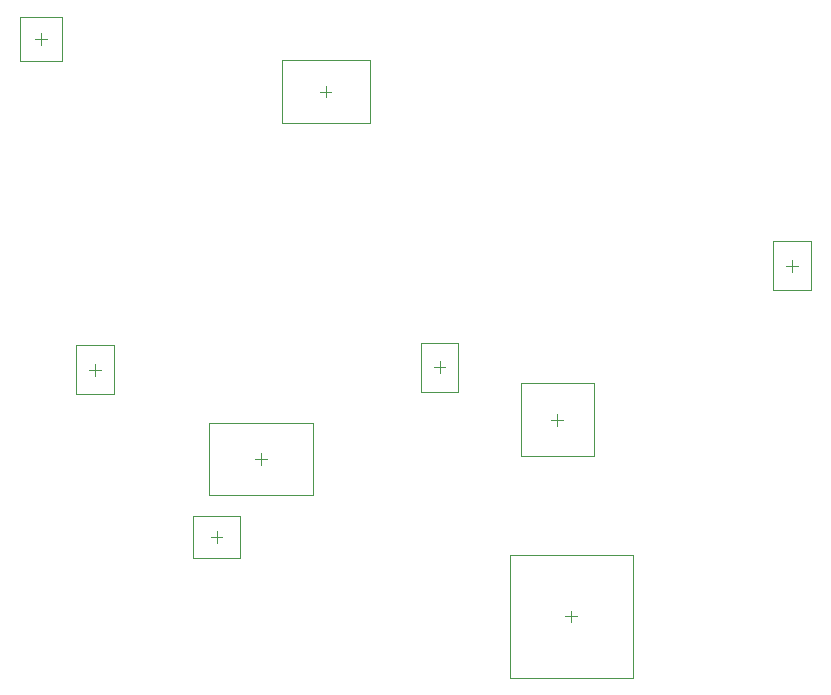
<source format=gbr>
G04 Layer_Color=32768*
%FSLAX45Y45*%
%MOMM*%
%TF.FileFunction,Other,Mechanical_15*%
%TF.Part,Single*%
G01*
G75*
%TA.AperFunction,NonConductor*%
%ADD110C,0.10000*%
D110*
X6210000Y660000D02*
Y1700000D01*
X5170000Y660000D02*
Y1700000D01*
Y660000D02*
X6210000D01*
X5170000Y1700000D02*
X6210000D01*
X5640000Y1180000D02*
X5740000D01*
X5690000Y1130000D02*
Y1230000D01*
X3060000Y2460000D02*
Y2560000D01*
X3010000Y2510000D02*
X3110000D01*
X2620000Y2205000D02*
X3500000D01*
X2620000Y2815000D02*
X3500000D01*
Y2205000D02*
Y2815000D01*
X2620000Y2205000D02*
Y2815000D01*
X1025000Y6257500D02*
X1375000D01*
X1025000Y5882500D02*
X1375000D01*
Y6257500D01*
X1025000Y5882500D02*
Y6257500D01*
X1200000Y6020000D02*
Y6120000D01*
X1150000Y6070000D02*
X1250000D01*
X3608602Y5574203D02*
Y5674203D01*
X3558602Y5624203D02*
X3658602D01*
X3236102Y5354203D02*
X3981102D01*
X3236102Y5894203D02*
X3981102D01*
Y5354203D02*
Y5894203D01*
X3236102Y5354203D02*
Y5894203D01*
X2686104Y1800704D02*
Y1900704D01*
X2636104Y1850704D02*
X2736103D01*
X2486103Y1673204D02*
X2886104D01*
X2486103Y2028204D02*
X2886104D01*
Y1673204D02*
Y2028204D01*
X2486103Y1673204D02*
Y2028204D01*
X7560000Y4100000D02*
Y4200000D01*
X7510000Y4150000D02*
X7610000D01*
X7400000Y3940000D02*
X7720000D01*
X7400000Y4360000D02*
X7720000D01*
Y3940000D02*
Y4360000D01*
X7400000Y3940000D02*
Y4360000D01*
X5570001Y2795001D02*
Y2895001D01*
X5520001Y2845001D02*
X5620001D01*
X5260001Y3155001D02*
X5880001D01*
X5260001Y2535001D02*
X5880001D01*
X5260001D02*
Y3155001D01*
X5880001Y2535001D02*
Y3155001D01*
X4413605Y3499204D02*
X4733605D01*
X4413605Y3079204D02*
X4733605D01*
Y3499204D01*
X4413605Y3079204D02*
Y3499204D01*
X4573605Y3239204D02*
Y3339204D01*
X4523605Y3289204D02*
X4623605D01*
X1658601Y3219201D02*
Y3319201D01*
X1608601Y3269201D02*
X1708601D01*
X1498601Y3059201D02*
X1818601D01*
X1498601Y3479201D02*
X1818601D01*
Y3059201D02*
Y3479201D01*
X1498601Y3059201D02*
Y3479201D01*
%TF.MD5,ab8b3820f5b675651fe0570b61765e95*%
M02*

</source>
